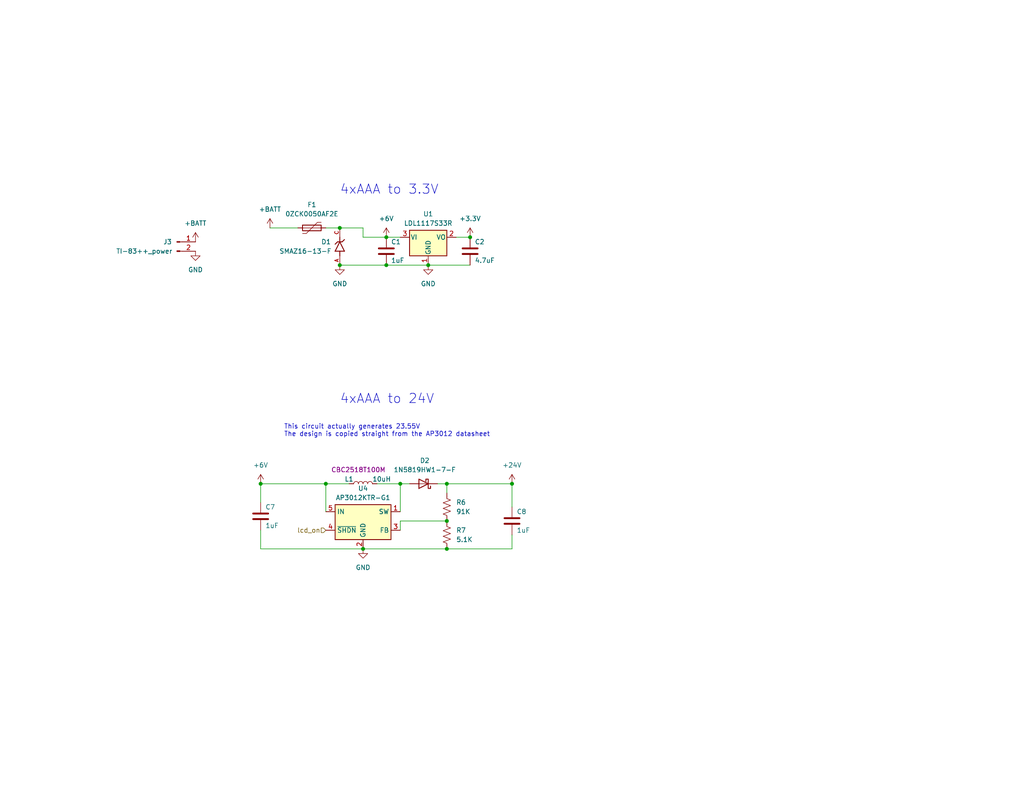
<source format=kicad_sch>
(kicad_sch (version 20211123) (generator eeschema)
  (paper "USLetter")
  (title_block (title "TI-83++: Power Supply") (date "2022-09-29") (rev "A"))
  (lib_symbols
    (symbol "Connector:Conn_01x02_Male" (pin_names (offset 1.016) hide)
      (property "Reference" "J" (at 0 2.54 0))
      (property "Value" "Conn_01x02_Male" (at 0 -5.08 0))
      (symbol "Conn_01x02_Male_1_1"
        (polyline (pts (xy 1.27 -2.54) (xy 0.8636 -2.54)) (stroke (width 0.1524)))
        (polyline (pts (xy 1.27 0) (xy 0.8636 0)) (stroke (width 0.1524)))
        (rectangle (start 0.8636 -2.413) (end 0 -2.667) (stroke (width 0.1524)) (fill (type outline)))
        (rectangle (start 0.8636 0.127) (end 0 -0.127) (stroke (width 0.1524)) (fill (type outline)))
        (pin passive line (at 5.08 0 180) (length 3.81) (name "Pin_1") (number "1"))
        (pin passive line (at 5.08 -2.54 180) (length 3.81) (name "Pin_2") (number "2"))
      )
    )
    (symbol "Device:C" (pin_numbers hide) (pin_names (offset 0.254))
      (property "Reference" "C" (at 0.635 2.54 0))
      (property "Value" "C" (at 0.635 -2.54 0))
      (symbol "C_0_1"
        (polyline (pts (xy -2.032 -0.762) (xy 2.032 -0.762)) (stroke (width 0.508)))
        (polyline (pts (xy -2.032 0.762) (xy 2.032 0.762)) (stroke (width 0.508)))
      )
      (symbol "C_1_1"
        (pin passive line (at 0 3.81 270) (length 2.794) (name "~") (number "1"))
        (pin passive line (at 0 -3.81 90) (length 2.794) (name "~") (number "2"))
      )
    )
    (symbol "Device:D_Schottky" (pin_numbers hide) (pin_names (offset 1.016) hide)
      (property "Reference" "D" (at 0 2.54 0))
      (property "Value" "D_Schottky" (at 0 -2.54 0))
      (symbol "D_Schottky_0_1"
        (polyline (pts (xy 1.27 0) (xy -1.27 0)))
        (polyline (pts (xy 1.27 1.27) (xy 1.27 -1.27) (xy -1.27 0) (xy 1.27 1.27)) (stroke (width 0.254)))
        (polyline (pts (xy -1.905 0.635) (xy -1.905 1.27) (xy -1.27 1.27) (xy -1.27 -1.27) (xy -0.635 -1.27) (xy -0.635 -0.635)) (stroke (width 0.254)))
      )
      (symbol "D_Schottky_1_1"
        (pin passive line (at -3.81 0 0) (length 2.54) (name "K") (number "1"))
        (pin passive line (at 3.81 0 180) (length 2.54) (name "A") (number "2"))
      )
    )
    (symbol "Device:L" (pin_numbers hide) (pin_names (offset 1.016) hide)
      (property "Reference" "L" (at -1.27 0 90))
      (property "Value" "L" (at 1.905 0 90))
      (symbol "L_0_1"
        (arc (start 0 -2.54) (mid 0.635 -1.905) (end 0 -1.27))
        (arc (start 0 -1.27) (mid 0.635 -0.635) (end 0 0))
        (arc (start 0 0) (mid 0.635 0.635) (end 0 1.27))
        (arc (start 0 1.27) (mid 0.635 1.905) (end 0 2.54))
      )
      (symbol "L_1_1"
        (pin passive line (at 0 3.81 270) (length 1.27) (name "1") (number "1"))
        (pin passive line (at 0 -3.81 90) (length 1.27) (name "2") (number "2"))
      )
    )
    (symbol "Device:Polyfuse" (pin_numbers hide) (pin_names (offset 0))
      (property "Reference" "F" (at -2.54 0 90))
      (property "Value" "Polyfuse" (at 2.54 0 90))
      (symbol "Polyfuse_0_1"
        (rectangle (start -0.762 2.54) (end 0.762 -2.54) (stroke (width 0.254)))
        (polyline (pts (xy 0 2.54) (xy 0 -2.54)))
        (polyline (pts (xy -1.524 2.54) (xy -1.524 1.524) (xy 1.524 -1.524) (xy 1.524 -2.54)))
      )
      (symbol "Polyfuse_1_1"
        (pin passive line (at 0 3.81 270) (length 1.27) (name "~") (number "1"))
        (pin passive line (at 0 -3.81 90) (length 1.27) (name "~") (number "2"))
      )
    )
    (symbol "Device:R_US" (pin_numbers hide) (pin_names (offset 0))
      (property "Reference" "R" (at 2.54 0 90))
      (property "Value" "R_US" (at -2.54 0 90))
      (symbol "R_US_0_1"
        (polyline (pts (xy 0 -2.286) (xy 0 -2.54)))
        (polyline (pts (xy 0 2.286) (xy 0 2.54)))
        (polyline (pts (xy 0 -0.762) (xy 1.016 -1.143) (xy 0 -1.524) (xy -1.016 -1.905) (xy 0 -2.286)))
        (polyline (pts (xy 0 0.762) (xy 1.016 0.381) (xy 0 0) (xy -1.016 -0.381) (xy 0 -0.762)))
        (polyline (pts (xy 0 2.286) (xy 1.016 1.905) (xy 0 1.524) (xy -1.016 1.143) (xy 0 0.762)))
      )
      (symbol "R_US_1_1"
        (pin passive line (at 0 3.81 270) (length 1.27) (name "~") (number "1"))
        (pin passive line (at 0 -3.81 90) (length 1.27) (name "~") (number "2"))
      )
    )
    (symbol "Regulator_Linear:AP1117-33" (pin_names (offset 0.254))
      (property "Reference" "U" (at -3.81 3.175 0))
      (property "Value" "AP1117-33" (at 0 3.175 0))
      (symbol "AP1117-33_0_1"
        (rectangle (start -5.08 -5.08) (end 5.08 1.905) (stroke (width 0.254)) (fill (type background)))
      )
      (symbol "AP1117-33_1_1"
        (pin power_in line (at 0 -7.62 90) (length 2.54) (name "GND") (number "1"))
        (pin power_out line (at 7.62 0 180) (length 2.54) (name "VO") (number "2"))
        (pin power_in line (at -7.62 0 0) (length 2.54) (name "VI") (number "3"))
      )
    )
    (symbol "Regulator_Switching:AP3012"
      (property "Reference" "U" (at -7.62 5.715 0))
      (property "Value" "AP3012" (at 0 5.715 0))
      (symbol "AP3012_0_1"
        (rectangle (start -7.62 4.445) (end 7.62 -5.08) (stroke (width 0.254)) (fill (type background)))
      )
      (symbol "AP3012_1_1"
        (pin passive line (at 10.16 2.54 180) (length 2.54) (name "SW") (number "1"))
        (pin power_in line (at 0 -7.62 90) (length 2.54) (name "GND") (number "2"))
        (pin input line (at 10.16 -2.54 180) (length 2.54) (name "FB") (number "3"))
        (pin input line (at -10.16 -2.54 0) (length 2.54) (name "~{SHDN}") (number "4"))
        (pin power_in line (at -10.16 2.54 0) (length 2.54) (name "IN") (number "5"))
      )
    )
    (symbol "SMAZ30-13-F:SMAZ30-13-F" (pin_names (offset 1.016) hide)
      (property "Reference" "D" (at -5.08 2.54 0))
      (property "Value" "SMAZ30-13-F" (at -5.08 -3.81 0))
      (symbol "SMAZ30-13-F_0_0"
        (polyline (pts (xy -2.54 0) (xy -1.27 0)) (stroke (width 0.254)))
        (polyline (pts (xy -1.27 -1.27) (xy 1.27 0)) (stroke (width 0.254)))
        (polyline (pts (xy -1.27 0) (xy -1.27 -1.27)) (stroke (width 0.254)))
        (polyline (pts (xy -1.27 1.27) (xy -1.27 0)) (stroke (width 0.254)))
        (polyline (pts (xy 0.635 1.27) (xy 1.27 0.635)) (stroke (width 0.254)))
        (polyline (pts (xy 1.27 -0.635) (xy 1.905 -1.27)) (stroke (width 0.254)))
        (polyline (pts (xy 1.27 0) (xy -1.27 1.27)) (stroke (width 0.254)))
        (polyline (pts (xy 1.27 0) (xy 1.27 -0.635)) (stroke (width 0.254)))
        (polyline (pts (xy 1.27 0.635) (xy 1.27 0)) (stroke (width 0.254)))
        (polyline (pts (xy 2.54 0) (xy 1.27 0)) (stroke (width 0.254)))
        (pin passive line (at -5.08 0 0) (length 2.54) (name "~") (number "A"))
        (pin passive line (at 5.08 0 180) (length 2.54) (name "~") (number "C"))
      )
    )
    (symbol "power:+24V" (power) (pin_names (offset 0))
      (property "Value" "+24V" (at 0 3.556 0))
      (symbol "+24V_0_1"
        (polyline (pts (xy -0.762 1.27) (xy 0 2.54)))
        (polyline (pts (xy 0 0) (xy 0 2.54)))
        (polyline (pts (xy 0 2.54) (xy 0.762 1.27)))
      )
      (symbol "+24V_1_1"
        (pin power_in line (at 0 0 90) (length 0) hide (name "+24V") (number "1"))
      )
    )
    (symbol "power:+3.3V" (power) (pin_names (offset 0))
      (property "Value" "+3.3V" (at 0 3.556 0))
      (symbol "+3.3V_0_1"
        (polyline (pts (xy -0.762 1.27) (xy 0 2.54)))
        (polyline (pts (xy 0 0) (xy 0 2.54)))
        (polyline (pts (xy 0 2.54) (xy 0.762 1.27)))
      )
      (symbol "+3.3V_1_1"
        (pin power_in line (at 0 0 90) (length 0) hide (name "+3.3V") (number "1"))
      )
    )
    (symbol "power:+6V" (power) (pin_names (offset 0))
      (property "Value" "+6V" (at 0 3.556 0))
      (symbol "+6V_0_1"
        (polyline (pts (xy -0.762 1.27) (xy 0 2.54)))
        (polyline (pts (xy 0 0) (xy 0 2.54)))
        (polyline (pts (xy 0 2.54) (xy 0.762 1.27)))
      )
      (symbol "+6V_1_1"
        (pin power_in line (at 0 0 90) (length 0) hide (name "+6V") (number "1"))
      )
    )
    (symbol "power:+BATT" (power) (pin_names (offset 0))
      (property "Value" "+BATT" (at 0 3.556 0))
      (symbol "+BATT_0_1"
        (polyline (pts (xy -0.762 1.27) (xy 0 2.54)))
        (polyline (pts (xy 0 0) (xy 0 2.54)))
        (polyline (pts (xy 0 2.54) (xy 0.762 1.27)))
      )
      (symbol "+BATT_1_1"
        (pin power_in line (at 0 0 90) (length 0) hide (name "+BATT") (number "1"))
      )
    )
    (symbol "power:GND" (power) (pin_names (offset 0))
      (property "Value" "GND" (at 0 -3.81 0))
      (symbol "GND_0_1"
        (polyline (pts (xy 0 0) (xy 0 -1.27) (xy 1.27 -1.27) (xy 0 -2.54) (xy -1.27 -1.27) (xy 0 -1.27)))
      )
      (symbol "GND_1_1"
        (pin power_in line (at 0 0 270) (length 0) hide (name "GND") (number "1"))
      )
    )
  )
  (junction (at 92.71 72.39))
  (junction (at 116.84 72.39))
  (junction (at 99.06 149.86))
  (junction (at 105.41 72.39))
  (junction (at 139.7 132.08))
  (junction (at 109.22 132.08))
  (junction (at 121.92 142.24))
  (junction (at 92.71 62.23))
  (junction (at 128.27 64.77))
  (junction (at 88.9 132.08))
  (junction (at 121.92 149.86))
  (junction (at 121.92 132.08))
  (junction (at 105.41 64.77))
  (junction (at 71.12 132.08))
  (wire (pts (xy 71.12 132.08) (xy 71.12 137.16)))
  (wire (pts (xy 139.7 132.08) (xy 121.92 132.08)))
  (wire (pts (xy 99.06 64.77) (xy 105.41 64.77)))
  (wire (pts (xy 88.9 139.7) (xy 88.9 132.08)))
  (wire (pts (xy 71.12 132.08) (xy 88.9 132.08)))
  (wire (pts (xy 71.12 144.78) (xy 71.12 149.86)))
  (wire (pts (xy 109.22 142.24) (xy 121.92 142.24)))
  (wire (pts (xy 105.41 72.39) (xy 116.84 72.39)))
  (wire (pts (xy 92.71 72.39) (xy 105.41 72.39)))
  (wire (pts (xy 109.22 144.78) (xy 109.22 142.24)))
  (wire (pts (xy 139.7 146.05) (xy 139.7 149.86)))
  (wire (pts (xy 109.22 139.7) (xy 109.22 132.08)))
  (wire (pts (xy 88.9 62.23) (xy 92.71 62.23)))
  (wire (pts (xy 88.9 132.08) (xy 95.25 132.08)))
  (wire (pts (xy 119.38 132.08) (xy 121.92 132.08)))
  (wire (pts (xy 128.27 64.77) (xy 124.46 64.77)))
  (wire (pts (xy 121.92 134.62) (xy 121.92 132.08)))
  (wire (pts (xy 102.87 132.08) (xy 109.22 132.08)))
  (wire (pts (xy 139.7 149.86) (xy 121.92 149.86)))
  (wire (pts (xy 105.41 64.77) (xy 109.22 64.77)))
  (wire (pts (xy 71.12 149.86) (xy 99.06 149.86)))
  (wire (pts (xy 109.22 132.08) (xy 111.76 132.08)))
  (wire (pts (xy 139.7 138.43) (xy 139.7 132.08)))
  (wire (pts (xy 99.06 149.86) (xy 121.92 149.86)))
  (wire (pts (xy 128.27 72.39) (xy 116.84 72.39)))
  (wire (pts (xy 81.28 62.23) (xy 73.66 62.23)))
  (wire (pts (xy 99.06 62.23) (xy 99.06 64.77)))
  (wire (pts (xy 92.71 62.23) (xy 99.06 62.23)))
  (text "4xAAA to 3.3V" (at 92.71 53.34 0) (effects (font (size 2.54 2.54)) (justify left bottom)))
  (text "This circuit actually generates 23.55V\nThe design is copied straight from the AP3012 datasheet" (at 77.47 119.38 0) (effects (font (size 1.27 1.27)) (justify left bottom)))
  (text "4xAAA to 24V" (at 92.71 110.49 0) (effects (font (size 2.54 2.54)) (justify left bottom)))
  (hierarchical_label "lcd_on" (shape input) (at 88.9 144.78 180))
  (symbol (lib_id "Device:C") (at 105.41 68.58 0) (unit 1)
    (property "Reference" "C1" (at 106.68 66.04 0) (effects (justify left)))
    (property "Value" "1uF" (at 106.68 71.12 0) (effects (justify left)))
    (property "Footprint" "Capacitor_SMD:C_0603_1608Metric_Pad1.08x0.95mm_HandSolder" (effects hide))
  )
  (symbol (lib_id "power:+3.3V") (at 128.27 64.77 0) (unit 1)
    (property "Reference" "#PWR029" (effects hide))
    (property "Value" "+3.3V" (at 128.27 59.69 0))
  )
  (symbol (lib_id "Device:D_Schottky") (at 115.57 132.08 180) (unit 1)
    (property "Reference" "D2" (at 115.8875 125.73 0))
    (property "Value" "1N5819HW1-7-F" (at 115.8875 128.27 0))
    (property "Footprint" "Diode_SMD:D_SOD-123F" (effects hide))
  )
  (symbol (lib_id "Device:C") (at 139.7 142.24 0) (unit 1)
    (property "Reference" "C8" (at 140.97 139.7 0) (effects (justify left)))
    (property "Value" "1uF" (at 140.97 144.78 0) (effects (justify left)))
    (property "Footprint" "Capacitor_SMD:C_0603_1608Metric_Pad1.08x0.95mm_HandSolder" (effects hide))
  )
  (symbol (lib_id "Device:C") (at 128.27 68.58 0) (unit 1)
    (property "Reference" "C2" (at 129.54 66.04 0) (effects (justify left)))
    (property "Value" "4.7uF" (at 129.54 71.12 0) (effects (justify left)))
    (property "Footprint" "Capacitor_SMD:C_0603_1608Metric_Pad1.08x0.95mm_HandSolder" (effects hide))
  )
  (symbol (lib_id "power:+6V") (at 71.12 132.08 0) (unit 1)
    (property "Reference" "#PWR032" (effects hide))
    (property "Value" "+6V" (at 71.12 127 0))
  )
  (symbol (lib_id "Device:C") (at 71.12 140.97 0) (unit 1)
    (property "Reference" "C7" (at 72.39 138.43 0) (effects (justify left)))
    (property "Value" "1uF" (at 72.39 143.51 0) (effects (justify left)))
    (property "Footprint" "Capacitor_SMD:C_0603_1608Metric_Pad1.08x0.95mm_HandSolder" (effects hide))
  )
  (symbol (lib_id "Regulator_Switching:AP3012") (at 99.06 142.24 0) (unit 1)
    (property "Reference" "U4" (at 99.06 133.35 0))
    (property "Value" "AP3012KTR-G1" (at 99.06 135.89 0))
    (property "Footprint" "Package_TO_SOT_SMD:SOT-23-5" (effects hide))
    (property "Datasheet" "https://www.diodes.com/assets/Datasheets/AP3012.pdf" (effects hide))
  )
  (symbol (lib_id "SMAZ30-13-F:SMAZ30-13-F") (at 92.71 67.31 90) (unit 1)
    (property "Reference" "D1" (at 87.63 66.04 90) (effects (justify right)))
    (property "Value" "SMAZ16-13-F" (at 76.2 68.58 90) (effects (justify right)))
    (property "Footprint" "SnapEDA Library:DIOM5226X240N" (effects hide))
    (property "MAXIMUM_PACKAGE_HEIGHT" "2.40 mm" (effects hide))
    (property "MANUFACTURER" "Diodes Inc." (effects hide))
    (property "STANDARD" "Manufacturer Recommendations" (effects hide))
    (property "PARTREV" "19 - 2" (effects hide))
  )
  (symbol (lib_id "Device:L") (at 99.06 132.08 90) (unit 1)
    (property "Reference" "L1" (at 95.25 130.81 90))
    (property "Value" "10uH" (at 104.14 130.81 90))
    (property "Footprint" "Inductor_SMD:L_1008_2520Metric_Pad1.43x2.20mm_HandSolder" (effects hide))
    (property "Datasheet" "CBC2518T100M" (at 97.79 128.27 90))
  )
  (symbol (lib_id "Connector:Conn_01x02_Male") (at 48.26 66.04 0) (unit 1)
    (property "Reference" "J3" (at 45.72 66.04 0))
    (property "Value" "TI-83++_power" (at 39.37 68.58 0))
    (property "Footprint" "footprints:TI-83++_batt" (effects hide))
  )
  (symbol (lib_id "power:+BATT") (at 53.34 66.04 0) (unit 1)
    (property "Reference" "#PWR011" (effects hide))
    (property "Value" "+BATT" (at 53.34 60.96 0))
  )
  (symbol (lib_id "Device:Polyfuse") (at 85.09 62.23 90) (unit 1)
    (property "Reference" "F1" (at 85.09 55.88 90))
    (property "Value" "0ZCK0050AF2E" (at 85.09 58.42 90))
    (property "Footprint" "Fuse:Fuse_0805_2012Metric_Pad1.15x1.40mm_HandSolder" (effects hide))
  )
  (symbol (lib_id "power:GND") (at 99.06 149.86 0) (unit 1)
    (property "Reference" "#PWR034" (effects hide))
    (property "Value" "GND" (at 99.06 154.94 0))
  )
  (symbol (lib_id "Regulator_Linear:AP1117-33") (at 116.84 64.77 0) (unit 1)
    (property "Reference" "U1" (at 116.84 58.42 0))
    (property "Value" "LDL1117S33R" (at 116.84 60.96 0))
    (property "Footprint" "Package_TO_SOT_SMD:SOT-223-3_TabPin2" (effects hide))
    (property "Datasheet" "http://www.diodes.com/datasheets/AP1117.pdf" (effects hide))
  )
  (symbol (lib_id "Device:R_US") (at 121.92 138.43 0) (unit 1)
    (property "Reference" "R6" (at 124.46 137.1599 0) (effects (justify left)))
    (property "Value" "91K" (at 124.46 139.6999 0) (effects (justify left)))
    (property "Footprint" "Resistor_SMD:R_0603_1608Metric_Pad0.98x0.95mm_HandSolder" (effects hide))
  )
  (symbol (lib_id "power:GND") (at 116.84 72.39 0) (unit 1)
    (property "Reference" "#PWR031" (effects hide))
    (property "Value" "GND" (at 116.84 77.47 0))
  )
  (symbol (lib_id "power:GND") (at 53.34 68.58 0) (unit 1)
    (property "Reference" "#PWR012" (effects hide))
    (property "Value" "GND" (at 53.34 73.66 0))
  )
  (symbol (lib_id "Device:R_US") (at 121.92 146.05 0) (unit 1)
    (property "Reference" "R7" (at 124.46 144.7799 0) (effects (justify left)))
    (property "Value" "5.1K" (at 124.46 147.3199 0) (effects (justify left)))
    (property "Footprint" "Resistor_SMD:R_0603_1608Metric_Pad0.98x0.95mm_HandSolder" (effects hide))
  )
  (symbol (lib_id "power:+24V") (at 139.7 132.08 0) (unit 1)
    (property "Reference" "#PWR033" (effects hide))
    (property "Value" "+24V" (at 139.7 127 0))
  )
  (symbol (lib_id "power:+BATT") (at 73.66 62.23 0) (unit 1)
    (property "Reference" "#PWR027" (effects hide))
    (property "Value" "+BATT" (at 73.66 57.15 0))
  )
  (symbol (lib_id "power:+6V") (at 105.41 64.77 0) (unit 1)
    (property "Reference" "#PWR028" (effects hide))
    (property "Value" "+6V" (at 105.41 59.69 0))
  )
  (symbol (lib_id "power:GND") (at 92.71 72.39 0) (unit 1)
    (property "Reference" "#PWR030" (effects hide))
    (property "Value" "GND" (at 92.71 77.47 0))
  )
)
</source>
